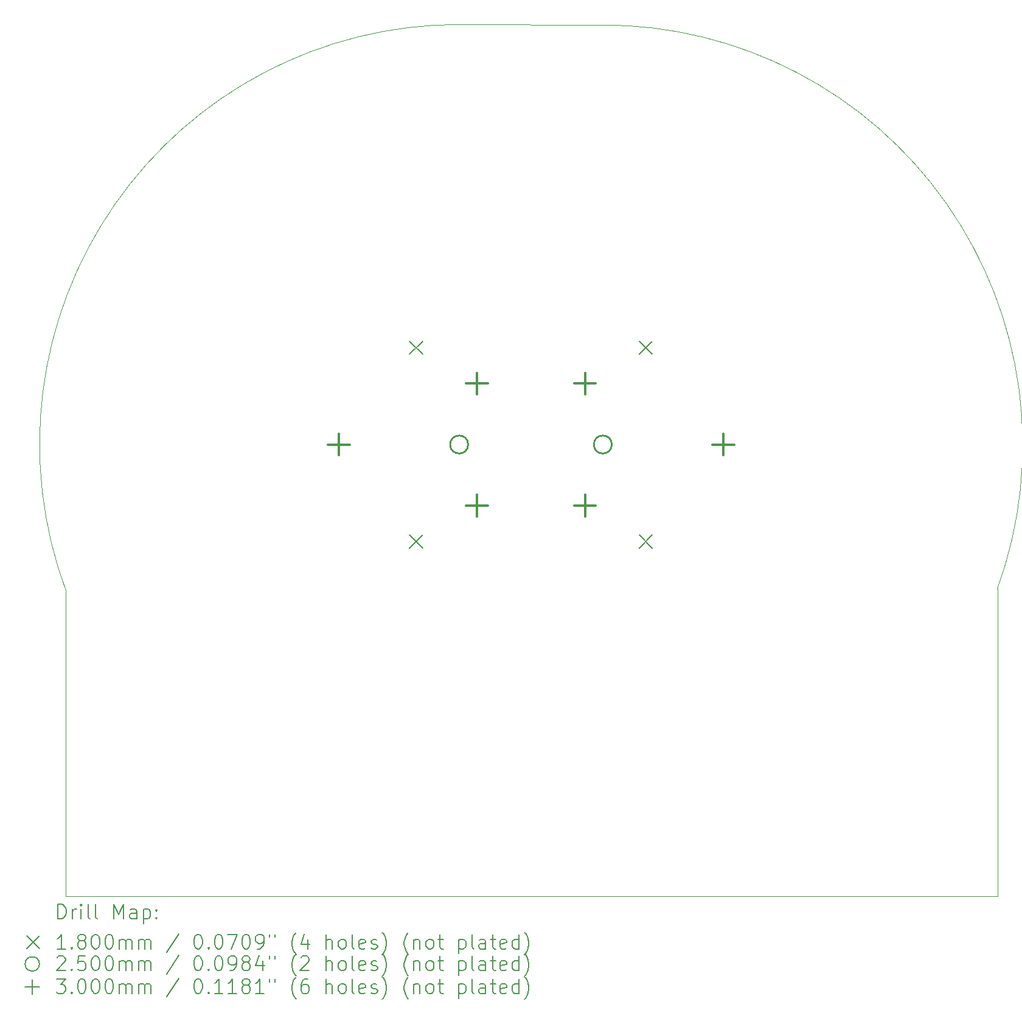
<source format=gbr>
%FSLAX45Y45*%
G04 Gerber Fmt 4.5, Leading zero omitted, Abs format (unit mm)*
G04 Created by KiCad (PCBNEW (5.99.0-3329-ga80190e20)) date 2020-09-20 12:04:47*
%MOMM*%
%LPD*%
G01*
G04 APERTURE LIST*
%TA.AperFunction,Profile*%
%ADD10C,0.050000*%
%TD*%
%ADD11C,0.200000*%
%ADD12C,0.180000*%
%ADD13C,0.250000*%
%ADD14C,0.300000*%
G04 APERTURE END LIST*
D10*
X27876000Y-17623000D02*
X14926000Y-17623000D01*
X14913244Y-13371270D02*
G75*
G02*
X20386000Y-5493000I5472756J2038270D01*
G01*
X14913244Y-17623000D02*
X14916000Y-17623000D01*
X20386000Y-5493000D02*
X22375978Y-5500056D01*
X27876000Y-13343000D02*
X27876000Y-17563000D01*
X22375978Y-5500056D02*
G75*
G02*
X27876000Y-13343000I10022J-5842944D01*
G01*
X14913244Y-17623000D02*
X14913244Y-17563000D01*
X27876000Y-17563000D02*
X27876000Y-17623000D01*
X14913244Y-17563000D02*
X14913244Y-13371270D01*
X14926000Y-17623000D02*
X14916000Y-17623000D01*
D11*
D12*
X22895000Y-9897864D02*
X23075000Y-10077864D01*
X23075000Y-9897864D02*
X22895000Y-10077864D01*
X22895000Y-12597864D02*
X23075000Y-12777864D01*
X23075000Y-12597864D02*
X22895000Y-12777864D01*
X19695000Y-9897864D02*
X19875000Y-10077864D01*
X19875000Y-9897864D02*
X19695000Y-10077864D01*
X19695000Y-12597864D02*
X19875000Y-12777864D01*
X19875000Y-12597864D02*
X19695000Y-12777864D01*
D13*
X22510000Y-11337864D02*
G75*
G03*
X22510000Y-11337864I-125000J0D01*
G01*
X20510000Y-11337864D02*
G75*
G03*
X20510000Y-11337864I-125000J0D01*
G01*
D14*
X22136000Y-10338864D02*
X22136000Y-10638864D01*
X21986000Y-10488864D02*
X22286000Y-10488864D01*
X22136000Y-12036864D02*
X22136000Y-12336864D01*
X21986000Y-12186864D02*
X22286000Y-12186864D01*
X24060000Y-11187864D02*
X24060000Y-11487864D01*
X23910000Y-11337864D02*
X24210000Y-11337864D01*
X18710000Y-11187864D02*
X18710000Y-11487864D01*
X18560000Y-11337864D02*
X18860000Y-11337864D01*
X20634000Y-10338864D02*
X20634000Y-10638864D01*
X20484000Y-10488864D02*
X20784000Y-10488864D01*
X20634000Y-12036864D02*
X20634000Y-12336864D01*
X20484000Y-12186864D02*
X20784000Y-12186864D01*
D11*
X14801119Y-17935976D02*
X14801119Y-17735976D01*
X14848738Y-17735976D01*
X14877309Y-17745500D01*
X14896357Y-17764548D01*
X14905881Y-17783595D01*
X14915405Y-17821691D01*
X14915405Y-17850262D01*
X14905881Y-17888357D01*
X14896357Y-17907405D01*
X14877309Y-17926452D01*
X14848738Y-17935976D01*
X14801119Y-17935976D01*
X15001119Y-17935976D02*
X15001119Y-17802643D01*
X15001119Y-17840738D02*
X15010643Y-17821691D01*
X15020166Y-17812167D01*
X15039214Y-17802643D01*
X15058262Y-17802643D01*
X15124928Y-17935976D02*
X15124928Y-17802643D01*
X15124928Y-17735976D02*
X15115405Y-17745500D01*
X15124928Y-17755024D01*
X15134452Y-17745500D01*
X15124928Y-17735976D01*
X15124928Y-17755024D01*
X15248738Y-17935976D02*
X15229690Y-17926452D01*
X15220166Y-17907405D01*
X15220166Y-17735976D01*
X15353500Y-17935976D02*
X15334452Y-17926452D01*
X15324928Y-17907405D01*
X15324928Y-17735976D01*
X15582071Y-17935976D02*
X15582071Y-17735976D01*
X15648738Y-17878833D01*
X15715405Y-17735976D01*
X15715405Y-17935976D01*
X15896357Y-17935976D02*
X15896357Y-17831214D01*
X15886833Y-17812167D01*
X15867786Y-17802643D01*
X15829690Y-17802643D01*
X15810643Y-17812167D01*
X15896357Y-17926452D02*
X15877309Y-17935976D01*
X15829690Y-17935976D01*
X15810643Y-17926452D01*
X15801119Y-17907405D01*
X15801119Y-17888357D01*
X15810643Y-17869310D01*
X15829690Y-17859786D01*
X15877309Y-17859786D01*
X15896357Y-17850262D01*
X15991595Y-17802643D02*
X15991595Y-18002643D01*
X15991595Y-17812167D02*
X16010643Y-17802643D01*
X16048738Y-17802643D01*
X16067786Y-17812167D01*
X16077309Y-17821691D01*
X16086833Y-17840738D01*
X16086833Y-17897881D01*
X16077309Y-17916929D01*
X16067786Y-17926452D01*
X16048738Y-17935976D01*
X16010643Y-17935976D01*
X15991595Y-17926452D01*
X16172547Y-17916929D02*
X16182071Y-17926452D01*
X16172547Y-17935976D01*
X16163024Y-17926452D01*
X16172547Y-17916929D01*
X16172547Y-17935976D01*
X16172547Y-17812167D02*
X16182071Y-17821691D01*
X16172547Y-17831214D01*
X16163024Y-17821691D01*
X16172547Y-17812167D01*
X16172547Y-17831214D01*
D12*
X14363500Y-18175500D02*
X14543500Y-18355500D01*
X14543500Y-18175500D02*
X14363500Y-18355500D01*
D11*
X14905881Y-18355976D02*
X14791595Y-18355976D01*
X14848738Y-18355976D02*
X14848738Y-18155976D01*
X14829690Y-18184548D01*
X14810643Y-18203595D01*
X14791595Y-18213119D01*
X14991595Y-18336929D02*
X15001119Y-18346452D01*
X14991595Y-18355976D01*
X14982071Y-18346452D01*
X14991595Y-18336929D01*
X14991595Y-18355976D01*
X15115405Y-18241691D02*
X15096357Y-18232167D01*
X15086833Y-18222643D01*
X15077309Y-18203595D01*
X15077309Y-18194072D01*
X15086833Y-18175024D01*
X15096357Y-18165500D01*
X15115405Y-18155976D01*
X15153500Y-18155976D01*
X15172547Y-18165500D01*
X15182071Y-18175024D01*
X15191595Y-18194072D01*
X15191595Y-18203595D01*
X15182071Y-18222643D01*
X15172547Y-18232167D01*
X15153500Y-18241691D01*
X15115405Y-18241691D01*
X15096357Y-18251214D01*
X15086833Y-18260738D01*
X15077309Y-18279786D01*
X15077309Y-18317881D01*
X15086833Y-18336929D01*
X15096357Y-18346452D01*
X15115405Y-18355976D01*
X15153500Y-18355976D01*
X15172547Y-18346452D01*
X15182071Y-18336929D01*
X15191595Y-18317881D01*
X15191595Y-18279786D01*
X15182071Y-18260738D01*
X15172547Y-18251214D01*
X15153500Y-18241691D01*
X15315405Y-18155976D02*
X15334452Y-18155976D01*
X15353500Y-18165500D01*
X15363024Y-18175024D01*
X15372547Y-18194072D01*
X15382071Y-18232167D01*
X15382071Y-18279786D01*
X15372547Y-18317881D01*
X15363024Y-18336929D01*
X15353500Y-18346452D01*
X15334452Y-18355976D01*
X15315405Y-18355976D01*
X15296357Y-18346452D01*
X15286833Y-18336929D01*
X15277309Y-18317881D01*
X15267786Y-18279786D01*
X15267786Y-18232167D01*
X15277309Y-18194072D01*
X15286833Y-18175024D01*
X15296357Y-18165500D01*
X15315405Y-18155976D01*
X15505881Y-18155976D02*
X15524928Y-18155976D01*
X15543976Y-18165500D01*
X15553500Y-18175024D01*
X15563024Y-18194072D01*
X15572547Y-18232167D01*
X15572547Y-18279786D01*
X15563024Y-18317881D01*
X15553500Y-18336929D01*
X15543976Y-18346452D01*
X15524928Y-18355976D01*
X15505881Y-18355976D01*
X15486833Y-18346452D01*
X15477309Y-18336929D01*
X15467786Y-18317881D01*
X15458262Y-18279786D01*
X15458262Y-18232167D01*
X15467786Y-18194072D01*
X15477309Y-18175024D01*
X15486833Y-18165500D01*
X15505881Y-18155976D01*
X15658262Y-18355976D02*
X15658262Y-18222643D01*
X15658262Y-18241691D02*
X15667786Y-18232167D01*
X15686833Y-18222643D01*
X15715405Y-18222643D01*
X15734452Y-18232167D01*
X15743976Y-18251214D01*
X15743976Y-18355976D01*
X15743976Y-18251214D02*
X15753500Y-18232167D01*
X15772547Y-18222643D01*
X15801119Y-18222643D01*
X15820166Y-18232167D01*
X15829690Y-18251214D01*
X15829690Y-18355976D01*
X15924928Y-18355976D02*
X15924928Y-18222643D01*
X15924928Y-18241691D02*
X15934452Y-18232167D01*
X15953500Y-18222643D01*
X15982071Y-18222643D01*
X16001119Y-18232167D01*
X16010643Y-18251214D01*
X16010643Y-18355976D01*
X16010643Y-18251214D02*
X16020166Y-18232167D01*
X16039214Y-18222643D01*
X16067786Y-18222643D01*
X16086833Y-18232167D01*
X16096357Y-18251214D01*
X16096357Y-18355976D01*
X16486833Y-18146452D02*
X16315405Y-18403595D01*
X16743976Y-18155976D02*
X16763024Y-18155976D01*
X16782071Y-18165500D01*
X16791595Y-18175024D01*
X16801119Y-18194072D01*
X16810643Y-18232167D01*
X16810643Y-18279786D01*
X16801119Y-18317881D01*
X16791595Y-18336929D01*
X16782071Y-18346452D01*
X16763024Y-18355976D01*
X16743976Y-18355976D01*
X16724928Y-18346452D01*
X16715405Y-18336929D01*
X16705881Y-18317881D01*
X16696357Y-18279786D01*
X16696357Y-18232167D01*
X16705881Y-18194072D01*
X16715405Y-18175024D01*
X16724928Y-18165500D01*
X16743976Y-18155976D01*
X16896357Y-18336929D02*
X16905881Y-18346452D01*
X16896357Y-18355976D01*
X16886833Y-18346452D01*
X16896357Y-18336929D01*
X16896357Y-18355976D01*
X17029690Y-18155976D02*
X17048738Y-18155976D01*
X17067786Y-18165500D01*
X17077309Y-18175024D01*
X17086833Y-18194072D01*
X17096357Y-18232167D01*
X17096357Y-18279786D01*
X17086833Y-18317881D01*
X17077309Y-18336929D01*
X17067786Y-18346452D01*
X17048738Y-18355976D01*
X17029690Y-18355976D01*
X17010643Y-18346452D01*
X17001119Y-18336929D01*
X16991595Y-18317881D01*
X16982071Y-18279786D01*
X16982071Y-18232167D01*
X16991595Y-18194072D01*
X17001119Y-18175024D01*
X17010643Y-18165500D01*
X17029690Y-18155976D01*
X17163024Y-18155976D02*
X17296357Y-18155976D01*
X17210643Y-18355976D01*
X17410643Y-18155976D02*
X17429690Y-18155976D01*
X17448738Y-18165500D01*
X17458262Y-18175024D01*
X17467786Y-18194072D01*
X17477309Y-18232167D01*
X17477309Y-18279786D01*
X17467786Y-18317881D01*
X17458262Y-18336929D01*
X17448738Y-18346452D01*
X17429690Y-18355976D01*
X17410643Y-18355976D01*
X17391595Y-18346452D01*
X17382071Y-18336929D01*
X17372548Y-18317881D01*
X17363024Y-18279786D01*
X17363024Y-18232167D01*
X17372548Y-18194072D01*
X17382071Y-18175024D01*
X17391595Y-18165500D01*
X17410643Y-18155976D01*
X17572548Y-18355976D02*
X17610643Y-18355976D01*
X17629690Y-18346452D01*
X17639214Y-18336929D01*
X17658262Y-18308357D01*
X17667786Y-18270262D01*
X17667786Y-18194072D01*
X17658262Y-18175024D01*
X17648738Y-18165500D01*
X17629690Y-18155976D01*
X17591595Y-18155976D01*
X17572548Y-18165500D01*
X17563024Y-18175024D01*
X17553500Y-18194072D01*
X17553500Y-18241691D01*
X17563024Y-18260738D01*
X17572548Y-18270262D01*
X17591595Y-18279786D01*
X17629690Y-18279786D01*
X17648738Y-18270262D01*
X17658262Y-18260738D01*
X17667786Y-18241691D01*
X17743976Y-18155976D02*
X17743976Y-18194072D01*
X17820167Y-18155976D02*
X17820167Y-18194072D01*
X18115405Y-18432167D02*
X18105881Y-18422643D01*
X18086833Y-18394072D01*
X18077309Y-18375024D01*
X18067786Y-18346452D01*
X18058262Y-18298833D01*
X18058262Y-18260738D01*
X18067786Y-18213119D01*
X18077309Y-18184548D01*
X18086833Y-18165500D01*
X18105881Y-18136929D01*
X18115405Y-18127405D01*
X18277309Y-18222643D02*
X18277309Y-18355976D01*
X18229690Y-18146452D02*
X18182071Y-18289310D01*
X18305881Y-18289310D01*
X18534452Y-18355976D02*
X18534452Y-18155976D01*
X18620167Y-18355976D02*
X18620167Y-18251214D01*
X18610643Y-18232167D01*
X18591595Y-18222643D01*
X18563024Y-18222643D01*
X18543976Y-18232167D01*
X18534452Y-18241691D01*
X18743976Y-18355976D02*
X18724928Y-18346452D01*
X18715405Y-18336929D01*
X18705881Y-18317881D01*
X18705881Y-18260738D01*
X18715405Y-18241691D01*
X18724928Y-18232167D01*
X18743976Y-18222643D01*
X18772548Y-18222643D01*
X18791595Y-18232167D01*
X18801119Y-18241691D01*
X18810643Y-18260738D01*
X18810643Y-18317881D01*
X18801119Y-18336929D01*
X18791595Y-18346452D01*
X18772548Y-18355976D01*
X18743976Y-18355976D01*
X18924928Y-18355976D02*
X18905881Y-18346452D01*
X18896357Y-18327405D01*
X18896357Y-18155976D01*
X19077309Y-18346452D02*
X19058262Y-18355976D01*
X19020167Y-18355976D01*
X19001119Y-18346452D01*
X18991595Y-18327405D01*
X18991595Y-18251214D01*
X19001119Y-18232167D01*
X19020167Y-18222643D01*
X19058262Y-18222643D01*
X19077309Y-18232167D01*
X19086833Y-18251214D01*
X19086833Y-18270262D01*
X18991595Y-18289310D01*
X19163024Y-18346452D02*
X19182071Y-18355976D01*
X19220167Y-18355976D01*
X19239214Y-18346452D01*
X19248738Y-18327405D01*
X19248738Y-18317881D01*
X19239214Y-18298833D01*
X19220167Y-18289310D01*
X19191595Y-18289310D01*
X19172548Y-18279786D01*
X19163024Y-18260738D01*
X19163024Y-18251214D01*
X19172548Y-18232167D01*
X19191595Y-18222643D01*
X19220167Y-18222643D01*
X19239214Y-18232167D01*
X19315405Y-18432167D02*
X19324928Y-18422643D01*
X19343976Y-18394072D01*
X19353500Y-18375024D01*
X19363024Y-18346452D01*
X19372548Y-18298833D01*
X19372548Y-18260738D01*
X19363024Y-18213119D01*
X19353500Y-18184548D01*
X19343976Y-18165500D01*
X19324928Y-18136929D01*
X19315405Y-18127405D01*
X19677309Y-18432167D02*
X19667786Y-18422643D01*
X19648738Y-18394072D01*
X19639214Y-18375024D01*
X19629690Y-18346452D01*
X19620167Y-18298833D01*
X19620167Y-18260738D01*
X19629690Y-18213119D01*
X19639214Y-18184548D01*
X19648738Y-18165500D01*
X19667786Y-18136929D01*
X19677309Y-18127405D01*
X19753500Y-18222643D02*
X19753500Y-18355976D01*
X19753500Y-18241691D02*
X19763024Y-18232167D01*
X19782071Y-18222643D01*
X19810643Y-18222643D01*
X19829690Y-18232167D01*
X19839214Y-18251214D01*
X19839214Y-18355976D01*
X19963024Y-18355976D02*
X19943976Y-18346452D01*
X19934452Y-18336929D01*
X19924928Y-18317881D01*
X19924928Y-18260738D01*
X19934452Y-18241691D01*
X19943976Y-18232167D01*
X19963024Y-18222643D01*
X19991595Y-18222643D01*
X20010643Y-18232167D01*
X20020167Y-18241691D01*
X20029690Y-18260738D01*
X20029690Y-18317881D01*
X20020167Y-18336929D01*
X20010643Y-18346452D01*
X19991595Y-18355976D01*
X19963024Y-18355976D01*
X20086833Y-18222643D02*
X20163024Y-18222643D01*
X20115405Y-18155976D02*
X20115405Y-18327405D01*
X20124928Y-18346452D01*
X20143976Y-18355976D01*
X20163024Y-18355976D01*
X20382071Y-18222643D02*
X20382071Y-18422643D01*
X20382071Y-18232167D02*
X20401119Y-18222643D01*
X20439214Y-18222643D01*
X20458262Y-18232167D01*
X20467786Y-18241691D01*
X20477309Y-18260738D01*
X20477309Y-18317881D01*
X20467786Y-18336929D01*
X20458262Y-18346452D01*
X20439214Y-18355976D01*
X20401119Y-18355976D01*
X20382071Y-18346452D01*
X20591595Y-18355976D02*
X20572548Y-18346452D01*
X20563024Y-18327405D01*
X20563024Y-18155976D01*
X20753500Y-18355976D02*
X20753500Y-18251214D01*
X20743976Y-18232167D01*
X20724928Y-18222643D01*
X20686833Y-18222643D01*
X20667786Y-18232167D01*
X20753500Y-18346452D02*
X20734452Y-18355976D01*
X20686833Y-18355976D01*
X20667786Y-18346452D01*
X20658262Y-18327405D01*
X20658262Y-18308357D01*
X20667786Y-18289310D01*
X20686833Y-18279786D01*
X20734452Y-18279786D01*
X20753500Y-18270262D01*
X20820167Y-18222643D02*
X20896357Y-18222643D01*
X20848738Y-18155976D02*
X20848738Y-18327405D01*
X20858262Y-18346452D01*
X20877309Y-18355976D01*
X20896357Y-18355976D01*
X21039214Y-18346452D02*
X21020167Y-18355976D01*
X20982071Y-18355976D01*
X20963024Y-18346452D01*
X20953500Y-18327405D01*
X20953500Y-18251214D01*
X20963024Y-18232167D01*
X20982071Y-18222643D01*
X21020167Y-18222643D01*
X21039214Y-18232167D01*
X21048738Y-18251214D01*
X21048738Y-18270262D01*
X20953500Y-18289310D01*
X21220167Y-18355976D02*
X21220167Y-18155976D01*
X21220167Y-18346452D02*
X21201119Y-18355976D01*
X21163024Y-18355976D01*
X21143976Y-18346452D01*
X21134452Y-18336929D01*
X21124928Y-18317881D01*
X21124928Y-18260738D01*
X21134452Y-18241691D01*
X21143976Y-18232167D01*
X21163024Y-18222643D01*
X21201119Y-18222643D01*
X21220167Y-18232167D01*
X21296357Y-18432167D02*
X21305881Y-18422643D01*
X21324928Y-18394072D01*
X21334452Y-18375024D01*
X21343976Y-18346452D01*
X21353500Y-18298833D01*
X21353500Y-18260738D01*
X21343976Y-18213119D01*
X21334452Y-18184548D01*
X21324928Y-18165500D01*
X21305881Y-18136929D01*
X21296357Y-18127405D01*
X14543500Y-18565500D02*
G75*
G03*
X14543500Y-18565500I-100000J0D01*
G01*
X14791595Y-18475024D02*
X14801119Y-18465500D01*
X14820166Y-18455976D01*
X14867786Y-18455976D01*
X14886833Y-18465500D01*
X14896357Y-18475024D01*
X14905881Y-18494072D01*
X14905881Y-18513119D01*
X14896357Y-18541691D01*
X14782071Y-18655976D01*
X14905881Y-18655976D01*
X14991595Y-18636929D02*
X15001119Y-18646452D01*
X14991595Y-18655976D01*
X14982071Y-18646452D01*
X14991595Y-18636929D01*
X14991595Y-18655976D01*
X15182071Y-18455976D02*
X15086833Y-18455976D01*
X15077309Y-18551214D01*
X15086833Y-18541691D01*
X15105881Y-18532167D01*
X15153500Y-18532167D01*
X15172547Y-18541691D01*
X15182071Y-18551214D01*
X15191595Y-18570262D01*
X15191595Y-18617881D01*
X15182071Y-18636929D01*
X15172547Y-18646452D01*
X15153500Y-18655976D01*
X15105881Y-18655976D01*
X15086833Y-18646452D01*
X15077309Y-18636929D01*
X15315405Y-18455976D02*
X15334452Y-18455976D01*
X15353500Y-18465500D01*
X15363024Y-18475024D01*
X15372547Y-18494072D01*
X15382071Y-18532167D01*
X15382071Y-18579786D01*
X15372547Y-18617881D01*
X15363024Y-18636929D01*
X15353500Y-18646452D01*
X15334452Y-18655976D01*
X15315405Y-18655976D01*
X15296357Y-18646452D01*
X15286833Y-18636929D01*
X15277309Y-18617881D01*
X15267786Y-18579786D01*
X15267786Y-18532167D01*
X15277309Y-18494072D01*
X15286833Y-18475024D01*
X15296357Y-18465500D01*
X15315405Y-18455976D01*
X15505881Y-18455976D02*
X15524928Y-18455976D01*
X15543976Y-18465500D01*
X15553500Y-18475024D01*
X15563024Y-18494072D01*
X15572547Y-18532167D01*
X15572547Y-18579786D01*
X15563024Y-18617881D01*
X15553500Y-18636929D01*
X15543976Y-18646452D01*
X15524928Y-18655976D01*
X15505881Y-18655976D01*
X15486833Y-18646452D01*
X15477309Y-18636929D01*
X15467786Y-18617881D01*
X15458262Y-18579786D01*
X15458262Y-18532167D01*
X15467786Y-18494072D01*
X15477309Y-18475024D01*
X15486833Y-18465500D01*
X15505881Y-18455976D01*
X15658262Y-18655976D02*
X15658262Y-18522643D01*
X15658262Y-18541691D02*
X15667786Y-18532167D01*
X15686833Y-18522643D01*
X15715405Y-18522643D01*
X15734452Y-18532167D01*
X15743976Y-18551214D01*
X15743976Y-18655976D01*
X15743976Y-18551214D02*
X15753500Y-18532167D01*
X15772547Y-18522643D01*
X15801119Y-18522643D01*
X15820166Y-18532167D01*
X15829690Y-18551214D01*
X15829690Y-18655976D01*
X15924928Y-18655976D02*
X15924928Y-18522643D01*
X15924928Y-18541691D02*
X15934452Y-18532167D01*
X15953500Y-18522643D01*
X15982071Y-18522643D01*
X16001119Y-18532167D01*
X16010643Y-18551214D01*
X16010643Y-18655976D01*
X16010643Y-18551214D02*
X16020166Y-18532167D01*
X16039214Y-18522643D01*
X16067786Y-18522643D01*
X16086833Y-18532167D01*
X16096357Y-18551214D01*
X16096357Y-18655976D01*
X16486833Y-18446452D02*
X16315405Y-18703595D01*
X16743976Y-18455976D02*
X16763024Y-18455976D01*
X16782071Y-18465500D01*
X16791595Y-18475024D01*
X16801119Y-18494072D01*
X16810643Y-18532167D01*
X16810643Y-18579786D01*
X16801119Y-18617881D01*
X16791595Y-18636929D01*
X16782071Y-18646452D01*
X16763024Y-18655976D01*
X16743976Y-18655976D01*
X16724928Y-18646452D01*
X16715405Y-18636929D01*
X16705881Y-18617881D01*
X16696357Y-18579786D01*
X16696357Y-18532167D01*
X16705881Y-18494072D01*
X16715405Y-18475024D01*
X16724928Y-18465500D01*
X16743976Y-18455976D01*
X16896357Y-18636929D02*
X16905881Y-18646452D01*
X16896357Y-18655976D01*
X16886833Y-18646452D01*
X16896357Y-18636929D01*
X16896357Y-18655976D01*
X17029690Y-18455976D02*
X17048738Y-18455976D01*
X17067786Y-18465500D01*
X17077309Y-18475024D01*
X17086833Y-18494072D01*
X17096357Y-18532167D01*
X17096357Y-18579786D01*
X17086833Y-18617881D01*
X17077309Y-18636929D01*
X17067786Y-18646452D01*
X17048738Y-18655976D01*
X17029690Y-18655976D01*
X17010643Y-18646452D01*
X17001119Y-18636929D01*
X16991595Y-18617881D01*
X16982071Y-18579786D01*
X16982071Y-18532167D01*
X16991595Y-18494072D01*
X17001119Y-18475024D01*
X17010643Y-18465500D01*
X17029690Y-18455976D01*
X17191595Y-18655976D02*
X17229690Y-18655976D01*
X17248738Y-18646452D01*
X17258262Y-18636929D01*
X17277309Y-18608357D01*
X17286833Y-18570262D01*
X17286833Y-18494072D01*
X17277309Y-18475024D01*
X17267786Y-18465500D01*
X17248738Y-18455976D01*
X17210643Y-18455976D01*
X17191595Y-18465500D01*
X17182071Y-18475024D01*
X17172548Y-18494072D01*
X17172548Y-18541691D01*
X17182071Y-18560738D01*
X17191595Y-18570262D01*
X17210643Y-18579786D01*
X17248738Y-18579786D01*
X17267786Y-18570262D01*
X17277309Y-18560738D01*
X17286833Y-18541691D01*
X17401119Y-18541691D02*
X17382071Y-18532167D01*
X17372548Y-18522643D01*
X17363024Y-18503595D01*
X17363024Y-18494072D01*
X17372548Y-18475024D01*
X17382071Y-18465500D01*
X17401119Y-18455976D01*
X17439214Y-18455976D01*
X17458262Y-18465500D01*
X17467786Y-18475024D01*
X17477309Y-18494072D01*
X17477309Y-18503595D01*
X17467786Y-18522643D01*
X17458262Y-18532167D01*
X17439214Y-18541691D01*
X17401119Y-18541691D01*
X17382071Y-18551214D01*
X17372548Y-18560738D01*
X17363024Y-18579786D01*
X17363024Y-18617881D01*
X17372548Y-18636929D01*
X17382071Y-18646452D01*
X17401119Y-18655976D01*
X17439214Y-18655976D01*
X17458262Y-18646452D01*
X17467786Y-18636929D01*
X17477309Y-18617881D01*
X17477309Y-18579786D01*
X17467786Y-18560738D01*
X17458262Y-18551214D01*
X17439214Y-18541691D01*
X17648738Y-18522643D02*
X17648738Y-18655976D01*
X17601119Y-18446452D02*
X17553500Y-18589310D01*
X17677309Y-18589310D01*
X17743976Y-18455976D02*
X17743976Y-18494072D01*
X17820167Y-18455976D02*
X17820167Y-18494072D01*
X18115405Y-18732167D02*
X18105881Y-18722643D01*
X18086833Y-18694072D01*
X18077309Y-18675024D01*
X18067786Y-18646452D01*
X18058262Y-18598833D01*
X18058262Y-18560738D01*
X18067786Y-18513119D01*
X18077309Y-18484548D01*
X18086833Y-18465500D01*
X18105881Y-18436929D01*
X18115405Y-18427405D01*
X18182071Y-18475024D02*
X18191595Y-18465500D01*
X18210643Y-18455976D01*
X18258262Y-18455976D01*
X18277309Y-18465500D01*
X18286833Y-18475024D01*
X18296357Y-18494072D01*
X18296357Y-18513119D01*
X18286833Y-18541691D01*
X18172548Y-18655976D01*
X18296357Y-18655976D01*
X18534452Y-18655976D02*
X18534452Y-18455976D01*
X18620167Y-18655976D02*
X18620167Y-18551214D01*
X18610643Y-18532167D01*
X18591595Y-18522643D01*
X18563024Y-18522643D01*
X18543976Y-18532167D01*
X18534452Y-18541691D01*
X18743976Y-18655976D02*
X18724928Y-18646452D01*
X18715405Y-18636929D01*
X18705881Y-18617881D01*
X18705881Y-18560738D01*
X18715405Y-18541691D01*
X18724928Y-18532167D01*
X18743976Y-18522643D01*
X18772548Y-18522643D01*
X18791595Y-18532167D01*
X18801119Y-18541691D01*
X18810643Y-18560738D01*
X18810643Y-18617881D01*
X18801119Y-18636929D01*
X18791595Y-18646452D01*
X18772548Y-18655976D01*
X18743976Y-18655976D01*
X18924928Y-18655976D02*
X18905881Y-18646452D01*
X18896357Y-18627405D01*
X18896357Y-18455976D01*
X19077309Y-18646452D02*
X19058262Y-18655976D01*
X19020167Y-18655976D01*
X19001119Y-18646452D01*
X18991595Y-18627405D01*
X18991595Y-18551214D01*
X19001119Y-18532167D01*
X19020167Y-18522643D01*
X19058262Y-18522643D01*
X19077309Y-18532167D01*
X19086833Y-18551214D01*
X19086833Y-18570262D01*
X18991595Y-18589310D01*
X19163024Y-18646452D02*
X19182071Y-18655976D01*
X19220167Y-18655976D01*
X19239214Y-18646452D01*
X19248738Y-18627405D01*
X19248738Y-18617881D01*
X19239214Y-18598833D01*
X19220167Y-18589310D01*
X19191595Y-18589310D01*
X19172548Y-18579786D01*
X19163024Y-18560738D01*
X19163024Y-18551214D01*
X19172548Y-18532167D01*
X19191595Y-18522643D01*
X19220167Y-18522643D01*
X19239214Y-18532167D01*
X19315405Y-18732167D02*
X19324928Y-18722643D01*
X19343976Y-18694072D01*
X19353500Y-18675024D01*
X19363024Y-18646452D01*
X19372548Y-18598833D01*
X19372548Y-18560738D01*
X19363024Y-18513119D01*
X19353500Y-18484548D01*
X19343976Y-18465500D01*
X19324928Y-18436929D01*
X19315405Y-18427405D01*
X19677309Y-18732167D02*
X19667786Y-18722643D01*
X19648738Y-18694072D01*
X19639214Y-18675024D01*
X19629690Y-18646452D01*
X19620167Y-18598833D01*
X19620167Y-18560738D01*
X19629690Y-18513119D01*
X19639214Y-18484548D01*
X19648738Y-18465500D01*
X19667786Y-18436929D01*
X19677309Y-18427405D01*
X19753500Y-18522643D02*
X19753500Y-18655976D01*
X19753500Y-18541691D02*
X19763024Y-18532167D01*
X19782071Y-18522643D01*
X19810643Y-18522643D01*
X19829690Y-18532167D01*
X19839214Y-18551214D01*
X19839214Y-18655976D01*
X19963024Y-18655976D02*
X19943976Y-18646452D01*
X19934452Y-18636929D01*
X19924928Y-18617881D01*
X19924928Y-18560738D01*
X19934452Y-18541691D01*
X19943976Y-18532167D01*
X19963024Y-18522643D01*
X19991595Y-18522643D01*
X20010643Y-18532167D01*
X20020167Y-18541691D01*
X20029690Y-18560738D01*
X20029690Y-18617881D01*
X20020167Y-18636929D01*
X20010643Y-18646452D01*
X19991595Y-18655976D01*
X19963024Y-18655976D01*
X20086833Y-18522643D02*
X20163024Y-18522643D01*
X20115405Y-18455976D02*
X20115405Y-18627405D01*
X20124928Y-18646452D01*
X20143976Y-18655976D01*
X20163024Y-18655976D01*
X20382071Y-18522643D02*
X20382071Y-18722643D01*
X20382071Y-18532167D02*
X20401119Y-18522643D01*
X20439214Y-18522643D01*
X20458262Y-18532167D01*
X20467786Y-18541691D01*
X20477309Y-18560738D01*
X20477309Y-18617881D01*
X20467786Y-18636929D01*
X20458262Y-18646452D01*
X20439214Y-18655976D01*
X20401119Y-18655976D01*
X20382071Y-18646452D01*
X20591595Y-18655976D02*
X20572548Y-18646452D01*
X20563024Y-18627405D01*
X20563024Y-18455976D01*
X20753500Y-18655976D02*
X20753500Y-18551214D01*
X20743976Y-18532167D01*
X20724928Y-18522643D01*
X20686833Y-18522643D01*
X20667786Y-18532167D01*
X20753500Y-18646452D02*
X20734452Y-18655976D01*
X20686833Y-18655976D01*
X20667786Y-18646452D01*
X20658262Y-18627405D01*
X20658262Y-18608357D01*
X20667786Y-18589310D01*
X20686833Y-18579786D01*
X20734452Y-18579786D01*
X20753500Y-18570262D01*
X20820167Y-18522643D02*
X20896357Y-18522643D01*
X20848738Y-18455976D02*
X20848738Y-18627405D01*
X20858262Y-18646452D01*
X20877309Y-18655976D01*
X20896357Y-18655976D01*
X21039214Y-18646452D02*
X21020167Y-18655976D01*
X20982071Y-18655976D01*
X20963024Y-18646452D01*
X20953500Y-18627405D01*
X20953500Y-18551214D01*
X20963024Y-18532167D01*
X20982071Y-18522643D01*
X21020167Y-18522643D01*
X21039214Y-18532167D01*
X21048738Y-18551214D01*
X21048738Y-18570262D01*
X20953500Y-18589310D01*
X21220167Y-18655976D02*
X21220167Y-18455976D01*
X21220167Y-18646452D02*
X21201119Y-18655976D01*
X21163024Y-18655976D01*
X21143976Y-18646452D01*
X21134452Y-18636929D01*
X21124928Y-18617881D01*
X21124928Y-18560738D01*
X21134452Y-18541691D01*
X21143976Y-18532167D01*
X21163024Y-18522643D01*
X21201119Y-18522643D01*
X21220167Y-18532167D01*
X21296357Y-18732167D02*
X21305881Y-18722643D01*
X21324928Y-18694072D01*
X21334452Y-18675024D01*
X21343976Y-18646452D01*
X21353500Y-18598833D01*
X21353500Y-18560738D01*
X21343976Y-18513119D01*
X21334452Y-18484548D01*
X21324928Y-18465500D01*
X21305881Y-18436929D01*
X21296357Y-18427405D01*
X14443500Y-18785500D02*
X14443500Y-18985500D01*
X14343500Y-18885500D02*
X14543500Y-18885500D01*
X14782071Y-18775976D02*
X14905881Y-18775976D01*
X14839214Y-18852167D01*
X14867786Y-18852167D01*
X14886833Y-18861691D01*
X14896357Y-18871214D01*
X14905881Y-18890262D01*
X14905881Y-18937881D01*
X14896357Y-18956929D01*
X14886833Y-18966452D01*
X14867786Y-18975976D01*
X14810643Y-18975976D01*
X14791595Y-18966452D01*
X14782071Y-18956929D01*
X14991595Y-18956929D02*
X15001119Y-18966452D01*
X14991595Y-18975976D01*
X14982071Y-18966452D01*
X14991595Y-18956929D01*
X14991595Y-18975976D01*
X15124928Y-18775976D02*
X15143976Y-18775976D01*
X15163024Y-18785500D01*
X15172547Y-18795024D01*
X15182071Y-18814072D01*
X15191595Y-18852167D01*
X15191595Y-18899786D01*
X15182071Y-18937881D01*
X15172547Y-18956929D01*
X15163024Y-18966452D01*
X15143976Y-18975976D01*
X15124928Y-18975976D01*
X15105881Y-18966452D01*
X15096357Y-18956929D01*
X15086833Y-18937881D01*
X15077309Y-18899786D01*
X15077309Y-18852167D01*
X15086833Y-18814072D01*
X15096357Y-18795024D01*
X15105881Y-18785500D01*
X15124928Y-18775976D01*
X15315405Y-18775976D02*
X15334452Y-18775976D01*
X15353500Y-18785500D01*
X15363024Y-18795024D01*
X15372547Y-18814072D01*
X15382071Y-18852167D01*
X15382071Y-18899786D01*
X15372547Y-18937881D01*
X15363024Y-18956929D01*
X15353500Y-18966452D01*
X15334452Y-18975976D01*
X15315405Y-18975976D01*
X15296357Y-18966452D01*
X15286833Y-18956929D01*
X15277309Y-18937881D01*
X15267786Y-18899786D01*
X15267786Y-18852167D01*
X15277309Y-18814072D01*
X15286833Y-18795024D01*
X15296357Y-18785500D01*
X15315405Y-18775976D01*
X15505881Y-18775976D02*
X15524928Y-18775976D01*
X15543976Y-18785500D01*
X15553500Y-18795024D01*
X15563024Y-18814072D01*
X15572547Y-18852167D01*
X15572547Y-18899786D01*
X15563024Y-18937881D01*
X15553500Y-18956929D01*
X15543976Y-18966452D01*
X15524928Y-18975976D01*
X15505881Y-18975976D01*
X15486833Y-18966452D01*
X15477309Y-18956929D01*
X15467786Y-18937881D01*
X15458262Y-18899786D01*
X15458262Y-18852167D01*
X15467786Y-18814072D01*
X15477309Y-18795024D01*
X15486833Y-18785500D01*
X15505881Y-18775976D01*
X15658262Y-18975976D02*
X15658262Y-18842643D01*
X15658262Y-18861691D02*
X15667786Y-18852167D01*
X15686833Y-18842643D01*
X15715405Y-18842643D01*
X15734452Y-18852167D01*
X15743976Y-18871214D01*
X15743976Y-18975976D01*
X15743976Y-18871214D02*
X15753500Y-18852167D01*
X15772547Y-18842643D01*
X15801119Y-18842643D01*
X15820166Y-18852167D01*
X15829690Y-18871214D01*
X15829690Y-18975976D01*
X15924928Y-18975976D02*
X15924928Y-18842643D01*
X15924928Y-18861691D02*
X15934452Y-18852167D01*
X15953500Y-18842643D01*
X15982071Y-18842643D01*
X16001119Y-18852167D01*
X16010643Y-18871214D01*
X16010643Y-18975976D01*
X16010643Y-18871214D02*
X16020166Y-18852167D01*
X16039214Y-18842643D01*
X16067786Y-18842643D01*
X16086833Y-18852167D01*
X16096357Y-18871214D01*
X16096357Y-18975976D01*
X16486833Y-18766452D02*
X16315405Y-19023595D01*
X16743976Y-18775976D02*
X16763024Y-18775976D01*
X16782071Y-18785500D01*
X16791595Y-18795024D01*
X16801119Y-18814072D01*
X16810643Y-18852167D01*
X16810643Y-18899786D01*
X16801119Y-18937881D01*
X16791595Y-18956929D01*
X16782071Y-18966452D01*
X16763024Y-18975976D01*
X16743976Y-18975976D01*
X16724928Y-18966452D01*
X16715405Y-18956929D01*
X16705881Y-18937881D01*
X16696357Y-18899786D01*
X16696357Y-18852167D01*
X16705881Y-18814072D01*
X16715405Y-18795024D01*
X16724928Y-18785500D01*
X16743976Y-18775976D01*
X16896357Y-18956929D02*
X16905881Y-18966452D01*
X16896357Y-18975976D01*
X16886833Y-18966452D01*
X16896357Y-18956929D01*
X16896357Y-18975976D01*
X17096357Y-18975976D02*
X16982071Y-18975976D01*
X17039214Y-18975976D02*
X17039214Y-18775976D01*
X17020167Y-18804548D01*
X17001119Y-18823595D01*
X16982071Y-18833119D01*
X17286833Y-18975976D02*
X17172548Y-18975976D01*
X17229690Y-18975976D02*
X17229690Y-18775976D01*
X17210643Y-18804548D01*
X17191595Y-18823595D01*
X17172548Y-18833119D01*
X17401119Y-18861691D02*
X17382071Y-18852167D01*
X17372548Y-18842643D01*
X17363024Y-18823595D01*
X17363024Y-18814072D01*
X17372548Y-18795024D01*
X17382071Y-18785500D01*
X17401119Y-18775976D01*
X17439214Y-18775976D01*
X17458262Y-18785500D01*
X17467786Y-18795024D01*
X17477309Y-18814072D01*
X17477309Y-18823595D01*
X17467786Y-18842643D01*
X17458262Y-18852167D01*
X17439214Y-18861691D01*
X17401119Y-18861691D01*
X17382071Y-18871214D01*
X17372548Y-18880738D01*
X17363024Y-18899786D01*
X17363024Y-18937881D01*
X17372548Y-18956929D01*
X17382071Y-18966452D01*
X17401119Y-18975976D01*
X17439214Y-18975976D01*
X17458262Y-18966452D01*
X17467786Y-18956929D01*
X17477309Y-18937881D01*
X17477309Y-18899786D01*
X17467786Y-18880738D01*
X17458262Y-18871214D01*
X17439214Y-18861691D01*
X17667786Y-18975976D02*
X17553500Y-18975976D01*
X17610643Y-18975976D02*
X17610643Y-18775976D01*
X17591595Y-18804548D01*
X17572548Y-18823595D01*
X17553500Y-18833119D01*
X17743976Y-18775976D02*
X17743976Y-18814072D01*
X17820167Y-18775976D02*
X17820167Y-18814072D01*
X18115405Y-19052167D02*
X18105881Y-19042643D01*
X18086833Y-19014072D01*
X18077309Y-18995024D01*
X18067786Y-18966452D01*
X18058262Y-18918833D01*
X18058262Y-18880738D01*
X18067786Y-18833119D01*
X18077309Y-18804548D01*
X18086833Y-18785500D01*
X18105881Y-18756929D01*
X18115405Y-18747405D01*
X18277309Y-18775976D02*
X18239214Y-18775976D01*
X18220167Y-18785500D01*
X18210643Y-18795024D01*
X18191595Y-18823595D01*
X18182071Y-18861691D01*
X18182071Y-18937881D01*
X18191595Y-18956929D01*
X18201119Y-18966452D01*
X18220167Y-18975976D01*
X18258262Y-18975976D01*
X18277309Y-18966452D01*
X18286833Y-18956929D01*
X18296357Y-18937881D01*
X18296357Y-18890262D01*
X18286833Y-18871214D01*
X18277309Y-18861691D01*
X18258262Y-18852167D01*
X18220167Y-18852167D01*
X18201119Y-18861691D01*
X18191595Y-18871214D01*
X18182071Y-18890262D01*
X18534452Y-18975976D02*
X18534452Y-18775976D01*
X18620167Y-18975976D02*
X18620167Y-18871214D01*
X18610643Y-18852167D01*
X18591595Y-18842643D01*
X18563024Y-18842643D01*
X18543976Y-18852167D01*
X18534452Y-18861691D01*
X18743976Y-18975976D02*
X18724928Y-18966452D01*
X18715405Y-18956929D01*
X18705881Y-18937881D01*
X18705881Y-18880738D01*
X18715405Y-18861691D01*
X18724928Y-18852167D01*
X18743976Y-18842643D01*
X18772548Y-18842643D01*
X18791595Y-18852167D01*
X18801119Y-18861691D01*
X18810643Y-18880738D01*
X18810643Y-18937881D01*
X18801119Y-18956929D01*
X18791595Y-18966452D01*
X18772548Y-18975976D01*
X18743976Y-18975976D01*
X18924928Y-18975976D02*
X18905881Y-18966452D01*
X18896357Y-18947405D01*
X18896357Y-18775976D01*
X19077309Y-18966452D02*
X19058262Y-18975976D01*
X19020167Y-18975976D01*
X19001119Y-18966452D01*
X18991595Y-18947405D01*
X18991595Y-18871214D01*
X19001119Y-18852167D01*
X19020167Y-18842643D01*
X19058262Y-18842643D01*
X19077309Y-18852167D01*
X19086833Y-18871214D01*
X19086833Y-18890262D01*
X18991595Y-18909310D01*
X19163024Y-18966452D02*
X19182071Y-18975976D01*
X19220167Y-18975976D01*
X19239214Y-18966452D01*
X19248738Y-18947405D01*
X19248738Y-18937881D01*
X19239214Y-18918833D01*
X19220167Y-18909310D01*
X19191595Y-18909310D01*
X19172548Y-18899786D01*
X19163024Y-18880738D01*
X19163024Y-18871214D01*
X19172548Y-18852167D01*
X19191595Y-18842643D01*
X19220167Y-18842643D01*
X19239214Y-18852167D01*
X19315405Y-19052167D02*
X19324928Y-19042643D01*
X19343976Y-19014072D01*
X19353500Y-18995024D01*
X19363024Y-18966452D01*
X19372548Y-18918833D01*
X19372548Y-18880738D01*
X19363024Y-18833119D01*
X19353500Y-18804548D01*
X19343976Y-18785500D01*
X19324928Y-18756929D01*
X19315405Y-18747405D01*
X19677309Y-19052167D02*
X19667786Y-19042643D01*
X19648738Y-19014072D01*
X19639214Y-18995024D01*
X19629690Y-18966452D01*
X19620167Y-18918833D01*
X19620167Y-18880738D01*
X19629690Y-18833119D01*
X19639214Y-18804548D01*
X19648738Y-18785500D01*
X19667786Y-18756929D01*
X19677309Y-18747405D01*
X19753500Y-18842643D02*
X19753500Y-18975976D01*
X19753500Y-18861691D02*
X19763024Y-18852167D01*
X19782071Y-18842643D01*
X19810643Y-18842643D01*
X19829690Y-18852167D01*
X19839214Y-18871214D01*
X19839214Y-18975976D01*
X19963024Y-18975976D02*
X19943976Y-18966452D01*
X19934452Y-18956929D01*
X19924928Y-18937881D01*
X19924928Y-18880738D01*
X19934452Y-18861691D01*
X19943976Y-18852167D01*
X19963024Y-18842643D01*
X19991595Y-18842643D01*
X20010643Y-18852167D01*
X20020167Y-18861691D01*
X20029690Y-18880738D01*
X20029690Y-18937881D01*
X20020167Y-18956929D01*
X20010643Y-18966452D01*
X19991595Y-18975976D01*
X19963024Y-18975976D01*
X20086833Y-18842643D02*
X20163024Y-18842643D01*
X20115405Y-18775976D02*
X20115405Y-18947405D01*
X20124928Y-18966452D01*
X20143976Y-18975976D01*
X20163024Y-18975976D01*
X20382071Y-18842643D02*
X20382071Y-19042643D01*
X20382071Y-18852167D02*
X20401119Y-18842643D01*
X20439214Y-18842643D01*
X20458262Y-18852167D01*
X20467786Y-18861691D01*
X20477309Y-18880738D01*
X20477309Y-18937881D01*
X20467786Y-18956929D01*
X20458262Y-18966452D01*
X20439214Y-18975976D01*
X20401119Y-18975976D01*
X20382071Y-18966452D01*
X20591595Y-18975976D02*
X20572548Y-18966452D01*
X20563024Y-18947405D01*
X20563024Y-18775976D01*
X20753500Y-18975976D02*
X20753500Y-18871214D01*
X20743976Y-18852167D01*
X20724928Y-18842643D01*
X20686833Y-18842643D01*
X20667786Y-18852167D01*
X20753500Y-18966452D02*
X20734452Y-18975976D01*
X20686833Y-18975976D01*
X20667786Y-18966452D01*
X20658262Y-18947405D01*
X20658262Y-18928357D01*
X20667786Y-18909310D01*
X20686833Y-18899786D01*
X20734452Y-18899786D01*
X20753500Y-18890262D01*
X20820167Y-18842643D02*
X20896357Y-18842643D01*
X20848738Y-18775976D02*
X20848738Y-18947405D01*
X20858262Y-18966452D01*
X20877309Y-18975976D01*
X20896357Y-18975976D01*
X21039214Y-18966452D02*
X21020167Y-18975976D01*
X20982071Y-18975976D01*
X20963024Y-18966452D01*
X20953500Y-18947405D01*
X20953500Y-18871214D01*
X20963024Y-18852167D01*
X20982071Y-18842643D01*
X21020167Y-18842643D01*
X21039214Y-18852167D01*
X21048738Y-18871214D01*
X21048738Y-18890262D01*
X20953500Y-18909310D01*
X21220167Y-18975976D02*
X21220167Y-18775976D01*
X21220167Y-18966452D02*
X21201119Y-18975976D01*
X21163024Y-18975976D01*
X21143976Y-18966452D01*
X21134452Y-18956929D01*
X21124928Y-18937881D01*
X21124928Y-18880738D01*
X21134452Y-18861691D01*
X21143976Y-18852167D01*
X21163024Y-18842643D01*
X21201119Y-18842643D01*
X21220167Y-18852167D01*
X21296357Y-19052167D02*
X21305881Y-19042643D01*
X21324928Y-19014072D01*
X21334452Y-18995024D01*
X21343976Y-18966452D01*
X21353500Y-18918833D01*
X21353500Y-18880738D01*
X21343976Y-18833119D01*
X21334452Y-18804548D01*
X21324928Y-18785500D01*
X21305881Y-18756929D01*
X21296357Y-18747405D01*
M02*

</source>
